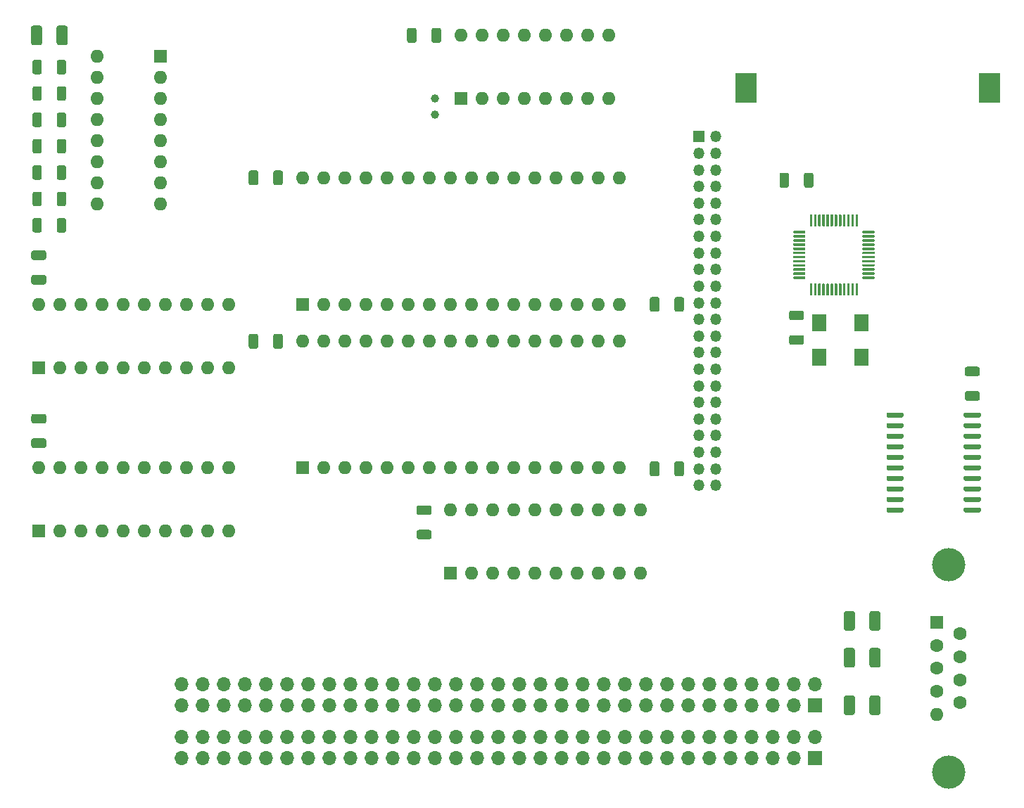
<source format=gbr>
%TF.GenerationSoftware,KiCad,Pcbnew,(5.1.9)-1*%
%TF.CreationDate,2021-09-28T09:37:07+08:00*%
%TF.ProjectId,EX-HX-Combo,45582d48-582d-4436-9f6d-626f2e6b6963,rev?*%
%TF.SameCoordinates,Original*%
%TF.FileFunction,Soldermask,Top*%
%TF.FilePolarity,Negative*%
%FSLAX46Y46*%
G04 Gerber Fmt 4.6, Leading zero omitted, Abs format (unit mm)*
G04 Created by KiCad (PCBNEW (5.1.9)-1) date 2021-09-28 09:37:07*
%MOMM*%
%LPD*%
G01*
G04 APERTURE LIST*
%ADD10R,1.600000X1.600000*%
%ADD11O,1.600000X1.600000*%
%ADD12R,1.800000X2.000000*%
%ADD13C,4.000000*%
%ADD14C,1.600000*%
%ADD15O,1.700000X1.700000*%
%ADD16R,1.700000X1.700000*%
%ADD17R,1.350000X1.350000*%
%ADD18O,1.350000X1.350000*%
%ADD19C,1.000000*%
%ADD20R,2.600000X3.600000*%
G04 APERTURE END LIST*
D10*
%TO.C,SW1*%
X139700000Y-46355000D03*
D11*
X132080000Y-64135000D03*
X139700000Y-48895000D03*
X132080000Y-61595000D03*
X139700000Y-51435000D03*
X132080000Y-59055000D03*
X139700000Y-53975000D03*
X132080000Y-56515000D03*
X139700000Y-56515000D03*
X132080000Y-53975000D03*
X139700000Y-59055000D03*
X132080000Y-51435000D03*
X139700000Y-61595000D03*
X132080000Y-48895000D03*
X139700000Y-64135000D03*
X132080000Y-46355000D03*
%TD*%
%TO.C,U7*%
G36*
G01*
X236375000Y-89660000D02*
X236375000Y-89360000D01*
G75*
G02*
X236525000Y-89210000I150000J0D01*
G01*
X238275000Y-89210000D01*
G75*
G02*
X238425000Y-89360000I0J-150000D01*
G01*
X238425000Y-89660000D01*
G75*
G02*
X238275000Y-89810000I-150000J0D01*
G01*
X236525000Y-89810000D01*
G75*
G02*
X236375000Y-89660000I0J150000D01*
G01*
G37*
G36*
G01*
X236375000Y-90930000D02*
X236375000Y-90630000D01*
G75*
G02*
X236525000Y-90480000I150000J0D01*
G01*
X238275000Y-90480000D01*
G75*
G02*
X238425000Y-90630000I0J-150000D01*
G01*
X238425000Y-90930000D01*
G75*
G02*
X238275000Y-91080000I-150000J0D01*
G01*
X236525000Y-91080000D01*
G75*
G02*
X236375000Y-90930000I0J150000D01*
G01*
G37*
G36*
G01*
X236375000Y-92200000D02*
X236375000Y-91900000D01*
G75*
G02*
X236525000Y-91750000I150000J0D01*
G01*
X238275000Y-91750000D01*
G75*
G02*
X238425000Y-91900000I0J-150000D01*
G01*
X238425000Y-92200000D01*
G75*
G02*
X238275000Y-92350000I-150000J0D01*
G01*
X236525000Y-92350000D01*
G75*
G02*
X236375000Y-92200000I0J150000D01*
G01*
G37*
G36*
G01*
X236375000Y-93470000D02*
X236375000Y-93170000D01*
G75*
G02*
X236525000Y-93020000I150000J0D01*
G01*
X238275000Y-93020000D01*
G75*
G02*
X238425000Y-93170000I0J-150000D01*
G01*
X238425000Y-93470000D01*
G75*
G02*
X238275000Y-93620000I-150000J0D01*
G01*
X236525000Y-93620000D01*
G75*
G02*
X236375000Y-93470000I0J150000D01*
G01*
G37*
G36*
G01*
X236375000Y-94740000D02*
X236375000Y-94440000D01*
G75*
G02*
X236525000Y-94290000I150000J0D01*
G01*
X238275000Y-94290000D01*
G75*
G02*
X238425000Y-94440000I0J-150000D01*
G01*
X238425000Y-94740000D01*
G75*
G02*
X238275000Y-94890000I-150000J0D01*
G01*
X236525000Y-94890000D01*
G75*
G02*
X236375000Y-94740000I0J150000D01*
G01*
G37*
G36*
G01*
X236375000Y-96010000D02*
X236375000Y-95710000D01*
G75*
G02*
X236525000Y-95560000I150000J0D01*
G01*
X238275000Y-95560000D01*
G75*
G02*
X238425000Y-95710000I0J-150000D01*
G01*
X238425000Y-96010000D01*
G75*
G02*
X238275000Y-96160000I-150000J0D01*
G01*
X236525000Y-96160000D01*
G75*
G02*
X236375000Y-96010000I0J150000D01*
G01*
G37*
G36*
G01*
X236375000Y-97280000D02*
X236375000Y-96980000D01*
G75*
G02*
X236525000Y-96830000I150000J0D01*
G01*
X238275000Y-96830000D01*
G75*
G02*
X238425000Y-96980000I0J-150000D01*
G01*
X238425000Y-97280000D01*
G75*
G02*
X238275000Y-97430000I-150000J0D01*
G01*
X236525000Y-97430000D01*
G75*
G02*
X236375000Y-97280000I0J150000D01*
G01*
G37*
G36*
G01*
X236375000Y-98550000D02*
X236375000Y-98250000D01*
G75*
G02*
X236525000Y-98100000I150000J0D01*
G01*
X238275000Y-98100000D01*
G75*
G02*
X238425000Y-98250000I0J-150000D01*
G01*
X238425000Y-98550000D01*
G75*
G02*
X238275000Y-98700000I-150000J0D01*
G01*
X236525000Y-98700000D01*
G75*
G02*
X236375000Y-98550000I0J150000D01*
G01*
G37*
G36*
G01*
X236375000Y-99820000D02*
X236375000Y-99520000D01*
G75*
G02*
X236525000Y-99370000I150000J0D01*
G01*
X238275000Y-99370000D01*
G75*
G02*
X238425000Y-99520000I0J-150000D01*
G01*
X238425000Y-99820000D01*
G75*
G02*
X238275000Y-99970000I-150000J0D01*
G01*
X236525000Y-99970000D01*
G75*
G02*
X236375000Y-99820000I0J150000D01*
G01*
G37*
G36*
G01*
X236375000Y-101090000D02*
X236375000Y-100790000D01*
G75*
G02*
X236525000Y-100640000I150000J0D01*
G01*
X238275000Y-100640000D01*
G75*
G02*
X238425000Y-100790000I0J-150000D01*
G01*
X238425000Y-101090000D01*
G75*
G02*
X238275000Y-101240000I-150000J0D01*
G01*
X236525000Y-101240000D01*
G75*
G02*
X236375000Y-101090000I0J150000D01*
G01*
G37*
G36*
G01*
X227075000Y-101090000D02*
X227075000Y-100790000D01*
G75*
G02*
X227225000Y-100640000I150000J0D01*
G01*
X228975000Y-100640000D01*
G75*
G02*
X229125000Y-100790000I0J-150000D01*
G01*
X229125000Y-101090000D01*
G75*
G02*
X228975000Y-101240000I-150000J0D01*
G01*
X227225000Y-101240000D01*
G75*
G02*
X227075000Y-101090000I0J150000D01*
G01*
G37*
G36*
G01*
X227075000Y-99820000D02*
X227075000Y-99520000D01*
G75*
G02*
X227225000Y-99370000I150000J0D01*
G01*
X228975000Y-99370000D01*
G75*
G02*
X229125000Y-99520000I0J-150000D01*
G01*
X229125000Y-99820000D01*
G75*
G02*
X228975000Y-99970000I-150000J0D01*
G01*
X227225000Y-99970000D01*
G75*
G02*
X227075000Y-99820000I0J150000D01*
G01*
G37*
G36*
G01*
X227075000Y-98550000D02*
X227075000Y-98250000D01*
G75*
G02*
X227225000Y-98100000I150000J0D01*
G01*
X228975000Y-98100000D01*
G75*
G02*
X229125000Y-98250000I0J-150000D01*
G01*
X229125000Y-98550000D01*
G75*
G02*
X228975000Y-98700000I-150000J0D01*
G01*
X227225000Y-98700000D01*
G75*
G02*
X227075000Y-98550000I0J150000D01*
G01*
G37*
G36*
G01*
X227075000Y-97280000D02*
X227075000Y-96980000D01*
G75*
G02*
X227225000Y-96830000I150000J0D01*
G01*
X228975000Y-96830000D01*
G75*
G02*
X229125000Y-96980000I0J-150000D01*
G01*
X229125000Y-97280000D01*
G75*
G02*
X228975000Y-97430000I-150000J0D01*
G01*
X227225000Y-97430000D01*
G75*
G02*
X227075000Y-97280000I0J150000D01*
G01*
G37*
G36*
G01*
X227075000Y-96010000D02*
X227075000Y-95710000D01*
G75*
G02*
X227225000Y-95560000I150000J0D01*
G01*
X228975000Y-95560000D01*
G75*
G02*
X229125000Y-95710000I0J-150000D01*
G01*
X229125000Y-96010000D01*
G75*
G02*
X228975000Y-96160000I-150000J0D01*
G01*
X227225000Y-96160000D01*
G75*
G02*
X227075000Y-96010000I0J150000D01*
G01*
G37*
G36*
G01*
X227075000Y-94740000D02*
X227075000Y-94440000D01*
G75*
G02*
X227225000Y-94290000I150000J0D01*
G01*
X228975000Y-94290000D01*
G75*
G02*
X229125000Y-94440000I0J-150000D01*
G01*
X229125000Y-94740000D01*
G75*
G02*
X228975000Y-94890000I-150000J0D01*
G01*
X227225000Y-94890000D01*
G75*
G02*
X227075000Y-94740000I0J150000D01*
G01*
G37*
G36*
G01*
X227075000Y-93470000D02*
X227075000Y-93170000D01*
G75*
G02*
X227225000Y-93020000I150000J0D01*
G01*
X228975000Y-93020000D01*
G75*
G02*
X229125000Y-93170000I0J-150000D01*
G01*
X229125000Y-93470000D01*
G75*
G02*
X228975000Y-93620000I-150000J0D01*
G01*
X227225000Y-93620000D01*
G75*
G02*
X227075000Y-93470000I0J150000D01*
G01*
G37*
G36*
G01*
X227075000Y-92200000D02*
X227075000Y-91900000D01*
G75*
G02*
X227225000Y-91750000I150000J0D01*
G01*
X228975000Y-91750000D01*
G75*
G02*
X229125000Y-91900000I0J-150000D01*
G01*
X229125000Y-92200000D01*
G75*
G02*
X228975000Y-92350000I-150000J0D01*
G01*
X227225000Y-92350000D01*
G75*
G02*
X227075000Y-92200000I0J150000D01*
G01*
G37*
G36*
G01*
X227075000Y-90930000D02*
X227075000Y-90630000D01*
G75*
G02*
X227225000Y-90480000I150000J0D01*
G01*
X228975000Y-90480000D01*
G75*
G02*
X229125000Y-90630000I0J-150000D01*
G01*
X229125000Y-90930000D01*
G75*
G02*
X228975000Y-91080000I-150000J0D01*
G01*
X227225000Y-91080000D01*
G75*
G02*
X227075000Y-90930000I0J150000D01*
G01*
G37*
G36*
G01*
X227075000Y-89660000D02*
X227075000Y-89360000D01*
G75*
G02*
X227225000Y-89210000I150000J0D01*
G01*
X228975000Y-89210000D01*
G75*
G02*
X229125000Y-89360000I0J-150000D01*
G01*
X229125000Y-89660000D01*
G75*
G02*
X228975000Y-89810000I-150000J0D01*
G01*
X227225000Y-89810000D01*
G75*
G02*
X227075000Y-89660000I0J150000D01*
G01*
G37*
%TD*%
D12*
%TO.C,U3*%
X218960000Y-82600000D03*
X224040000Y-82600000D03*
X224040000Y-78400000D03*
X218960000Y-78400000D03*
%TD*%
%TO.C,U6*%
G36*
G01*
X217850000Y-66750000D02*
X217850000Y-65425000D01*
G75*
G02*
X217925000Y-65350000I75000J0D01*
G01*
X218075000Y-65350000D01*
G75*
G02*
X218150000Y-65425000I0J-75000D01*
G01*
X218150000Y-66750000D01*
G75*
G02*
X218075000Y-66825000I-75000J0D01*
G01*
X217925000Y-66825000D01*
G75*
G02*
X217850000Y-66750000I0J75000D01*
G01*
G37*
G36*
G01*
X218350000Y-66750000D02*
X218350000Y-65425000D01*
G75*
G02*
X218425000Y-65350000I75000J0D01*
G01*
X218575000Y-65350000D01*
G75*
G02*
X218650000Y-65425000I0J-75000D01*
G01*
X218650000Y-66750000D01*
G75*
G02*
X218575000Y-66825000I-75000J0D01*
G01*
X218425000Y-66825000D01*
G75*
G02*
X218350000Y-66750000I0J75000D01*
G01*
G37*
G36*
G01*
X218850000Y-66750000D02*
X218850000Y-65425000D01*
G75*
G02*
X218925000Y-65350000I75000J0D01*
G01*
X219075000Y-65350000D01*
G75*
G02*
X219150000Y-65425000I0J-75000D01*
G01*
X219150000Y-66750000D01*
G75*
G02*
X219075000Y-66825000I-75000J0D01*
G01*
X218925000Y-66825000D01*
G75*
G02*
X218850000Y-66750000I0J75000D01*
G01*
G37*
G36*
G01*
X219350000Y-66750000D02*
X219350000Y-65425000D01*
G75*
G02*
X219425000Y-65350000I75000J0D01*
G01*
X219575000Y-65350000D01*
G75*
G02*
X219650000Y-65425000I0J-75000D01*
G01*
X219650000Y-66750000D01*
G75*
G02*
X219575000Y-66825000I-75000J0D01*
G01*
X219425000Y-66825000D01*
G75*
G02*
X219350000Y-66750000I0J75000D01*
G01*
G37*
G36*
G01*
X219850000Y-66750000D02*
X219850000Y-65425000D01*
G75*
G02*
X219925000Y-65350000I75000J0D01*
G01*
X220075000Y-65350000D01*
G75*
G02*
X220150000Y-65425000I0J-75000D01*
G01*
X220150000Y-66750000D01*
G75*
G02*
X220075000Y-66825000I-75000J0D01*
G01*
X219925000Y-66825000D01*
G75*
G02*
X219850000Y-66750000I0J75000D01*
G01*
G37*
G36*
G01*
X220350000Y-66750000D02*
X220350000Y-65425000D01*
G75*
G02*
X220425000Y-65350000I75000J0D01*
G01*
X220575000Y-65350000D01*
G75*
G02*
X220650000Y-65425000I0J-75000D01*
G01*
X220650000Y-66750000D01*
G75*
G02*
X220575000Y-66825000I-75000J0D01*
G01*
X220425000Y-66825000D01*
G75*
G02*
X220350000Y-66750000I0J75000D01*
G01*
G37*
G36*
G01*
X220850000Y-66750000D02*
X220850000Y-65425000D01*
G75*
G02*
X220925000Y-65350000I75000J0D01*
G01*
X221075000Y-65350000D01*
G75*
G02*
X221150000Y-65425000I0J-75000D01*
G01*
X221150000Y-66750000D01*
G75*
G02*
X221075000Y-66825000I-75000J0D01*
G01*
X220925000Y-66825000D01*
G75*
G02*
X220850000Y-66750000I0J75000D01*
G01*
G37*
G36*
G01*
X221350000Y-66750000D02*
X221350000Y-65425000D01*
G75*
G02*
X221425000Y-65350000I75000J0D01*
G01*
X221575000Y-65350000D01*
G75*
G02*
X221650000Y-65425000I0J-75000D01*
G01*
X221650000Y-66750000D01*
G75*
G02*
X221575000Y-66825000I-75000J0D01*
G01*
X221425000Y-66825000D01*
G75*
G02*
X221350000Y-66750000I0J75000D01*
G01*
G37*
G36*
G01*
X221850000Y-66750000D02*
X221850000Y-65425000D01*
G75*
G02*
X221925000Y-65350000I75000J0D01*
G01*
X222075000Y-65350000D01*
G75*
G02*
X222150000Y-65425000I0J-75000D01*
G01*
X222150000Y-66750000D01*
G75*
G02*
X222075000Y-66825000I-75000J0D01*
G01*
X221925000Y-66825000D01*
G75*
G02*
X221850000Y-66750000I0J75000D01*
G01*
G37*
G36*
G01*
X222350000Y-66750000D02*
X222350000Y-65425000D01*
G75*
G02*
X222425000Y-65350000I75000J0D01*
G01*
X222575000Y-65350000D01*
G75*
G02*
X222650000Y-65425000I0J-75000D01*
G01*
X222650000Y-66750000D01*
G75*
G02*
X222575000Y-66825000I-75000J0D01*
G01*
X222425000Y-66825000D01*
G75*
G02*
X222350000Y-66750000I0J75000D01*
G01*
G37*
G36*
G01*
X222850000Y-66750000D02*
X222850000Y-65425000D01*
G75*
G02*
X222925000Y-65350000I75000J0D01*
G01*
X223075000Y-65350000D01*
G75*
G02*
X223150000Y-65425000I0J-75000D01*
G01*
X223150000Y-66750000D01*
G75*
G02*
X223075000Y-66825000I-75000J0D01*
G01*
X222925000Y-66825000D01*
G75*
G02*
X222850000Y-66750000I0J75000D01*
G01*
G37*
G36*
G01*
X223350000Y-66750000D02*
X223350000Y-65425000D01*
G75*
G02*
X223425000Y-65350000I75000J0D01*
G01*
X223575000Y-65350000D01*
G75*
G02*
X223650000Y-65425000I0J-75000D01*
G01*
X223650000Y-66750000D01*
G75*
G02*
X223575000Y-66825000I-75000J0D01*
G01*
X223425000Y-66825000D01*
G75*
G02*
X223350000Y-66750000I0J75000D01*
G01*
G37*
G36*
G01*
X224175000Y-67575000D02*
X224175000Y-67425000D01*
G75*
G02*
X224250000Y-67350000I75000J0D01*
G01*
X225575000Y-67350000D01*
G75*
G02*
X225650000Y-67425000I0J-75000D01*
G01*
X225650000Y-67575000D01*
G75*
G02*
X225575000Y-67650000I-75000J0D01*
G01*
X224250000Y-67650000D01*
G75*
G02*
X224175000Y-67575000I0J75000D01*
G01*
G37*
G36*
G01*
X224175000Y-68075000D02*
X224175000Y-67925000D01*
G75*
G02*
X224250000Y-67850000I75000J0D01*
G01*
X225575000Y-67850000D01*
G75*
G02*
X225650000Y-67925000I0J-75000D01*
G01*
X225650000Y-68075000D01*
G75*
G02*
X225575000Y-68150000I-75000J0D01*
G01*
X224250000Y-68150000D01*
G75*
G02*
X224175000Y-68075000I0J75000D01*
G01*
G37*
G36*
G01*
X224175000Y-68575000D02*
X224175000Y-68425000D01*
G75*
G02*
X224250000Y-68350000I75000J0D01*
G01*
X225575000Y-68350000D01*
G75*
G02*
X225650000Y-68425000I0J-75000D01*
G01*
X225650000Y-68575000D01*
G75*
G02*
X225575000Y-68650000I-75000J0D01*
G01*
X224250000Y-68650000D01*
G75*
G02*
X224175000Y-68575000I0J75000D01*
G01*
G37*
G36*
G01*
X224175000Y-69075000D02*
X224175000Y-68925000D01*
G75*
G02*
X224250000Y-68850000I75000J0D01*
G01*
X225575000Y-68850000D01*
G75*
G02*
X225650000Y-68925000I0J-75000D01*
G01*
X225650000Y-69075000D01*
G75*
G02*
X225575000Y-69150000I-75000J0D01*
G01*
X224250000Y-69150000D01*
G75*
G02*
X224175000Y-69075000I0J75000D01*
G01*
G37*
G36*
G01*
X224175000Y-69575000D02*
X224175000Y-69425000D01*
G75*
G02*
X224250000Y-69350000I75000J0D01*
G01*
X225575000Y-69350000D01*
G75*
G02*
X225650000Y-69425000I0J-75000D01*
G01*
X225650000Y-69575000D01*
G75*
G02*
X225575000Y-69650000I-75000J0D01*
G01*
X224250000Y-69650000D01*
G75*
G02*
X224175000Y-69575000I0J75000D01*
G01*
G37*
G36*
G01*
X224175000Y-70075000D02*
X224175000Y-69925000D01*
G75*
G02*
X224250000Y-69850000I75000J0D01*
G01*
X225575000Y-69850000D01*
G75*
G02*
X225650000Y-69925000I0J-75000D01*
G01*
X225650000Y-70075000D01*
G75*
G02*
X225575000Y-70150000I-75000J0D01*
G01*
X224250000Y-70150000D01*
G75*
G02*
X224175000Y-70075000I0J75000D01*
G01*
G37*
G36*
G01*
X224175000Y-70575000D02*
X224175000Y-70425000D01*
G75*
G02*
X224250000Y-70350000I75000J0D01*
G01*
X225575000Y-70350000D01*
G75*
G02*
X225650000Y-70425000I0J-75000D01*
G01*
X225650000Y-70575000D01*
G75*
G02*
X225575000Y-70650000I-75000J0D01*
G01*
X224250000Y-70650000D01*
G75*
G02*
X224175000Y-70575000I0J75000D01*
G01*
G37*
G36*
G01*
X224175000Y-71075000D02*
X224175000Y-70925000D01*
G75*
G02*
X224250000Y-70850000I75000J0D01*
G01*
X225575000Y-70850000D01*
G75*
G02*
X225650000Y-70925000I0J-75000D01*
G01*
X225650000Y-71075000D01*
G75*
G02*
X225575000Y-71150000I-75000J0D01*
G01*
X224250000Y-71150000D01*
G75*
G02*
X224175000Y-71075000I0J75000D01*
G01*
G37*
G36*
G01*
X224175000Y-71575000D02*
X224175000Y-71425000D01*
G75*
G02*
X224250000Y-71350000I75000J0D01*
G01*
X225575000Y-71350000D01*
G75*
G02*
X225650000Y-71425000I0J-75000D01*
G01*
X225650000Y-71575000D01*
G75*
G02*
X225575000Y-71650000I-75000J0D01*
G01*
X224250000Y-71650000D01*
G75*
G02*
X224175000Y-71575000I0J75000D01*
G01*
G37*
G36*
G01*
X224175000Y-72075000D02*
X224175000Y-71925000D01*
G75*
G02*
X224250000Y-71850000I75000J0D01*
G01*
X225575000Y-71850000D01*
G75*
G02*
X225650000Y-71925000I0J-75000D01*
G01*
X225650000Y-72075000D01*
G75*
G02*
X225575000Y-72150000I-75000J0D01*
G01*
X224250000Y-72150000D01*
G75*
G02*
X224175000Y-72075000I0J75000D01*
G01*
G37*
G36*
G01*
X224175000Y-72575000D02*
X224175000Y-72425000D01*
G75*
G02*
X224250000Y-72350000I75000J0D01*
G01*
X225575000Y-72350000D01*
G75*
G02*
X225650000Y-72425000I0J-75000D01*
G01*
X225650000Y-72575000D01*
G75*
G02*
X225575000Y-72650000I-75000J0D01*
G01*
X224250000Y-72650000D01*
G75*
G02*
X224175000Y-72575000I0J75000D01*
G01*
G37*
G36*
G01*
X224175000Y-73075000D02*
X224175000Y-72925000D01*
G75*
G02*
X224250000Y-72850000I75000J0D01*
G01*
X225575000Y-72850000D01*
G75*
G02*
X225650000Y-72925000I0J-75000D01*
G01*
X225650000Y-73075000D01*
G75*
G02*
X225575000Y-73150000I-75000J0D01*
G01*
X224250000Y-73150000D01*
G75*
G02*
X224175000Y-73075000I0J75000D01*
G01*
G37*
G36*
G01*
X223350000Y-75075000D02*
X223350000Y-73750000D01*
G75*
G02*
X223425000Y-73675000I75000J0D01*
G01*
X223575000Y-73675000D01*
G75*
G02*
X223650000Y-73750000I0J-75000D01*
G01*
X223650000Y-75075000D01*
G75*
G02*
X223575000Y-75150000I-75000J0D01*
G01*
X223425000Y-75150000D01*
G75*
G02*
X223350000Y-75075000I0J75000D01*
G01*
G37*
G36*
G01*
X222850000Y-75075000D02*
X222850000Y-73750000D01*
G75*
G02*
X222925000Y-73675000I75000J0D01*
G01*
X223075000Y-73675000D01*
G75*
G02*
X223150000Y-73750000I0J-75000D01*
G01*
X223150000Y-75075000D01*
G75*
G02*
X223075000Y-75150000I-75000J0D01*
G01*
X222925000Y-75150000D01*
G75*
G02*
X222850000Y-75075000I0J75000D01*
G01*
G37*
G36*
G01*
X222350000Y-75075000D02*
X222350000Y-73750000D01*
G75*
G02*
X222425000Y-73675000I75000J0D01*
G01*
X222575000Y-73675000D01*
G75*
G02*
X222650000Y-73750000I0J-75000D01*
G01*
X222650000Y-75075000D01*
G75*
G02*
X222575000Y-75150000I-75000J0D01*
G01*
X222425000Y-75150000D01*
G75*
G02*
X222350000Y-75075000I0J75000D01*
G01*
G37*
G36*
G01*
X221850000Y-75075000D02*
X221850000Y-73750000D01*
G75*
G02*
X221925000Y-73675000I75000J0D01*
G01*
X222075000Y-73675000D01*
G75*
G02*
X222150000Y-73750000I0J-75000D01*
G01*
X222150000Y-75075000D01*
G75*
G02*
X222075000Y-75150000I-75000J0D01*
G01*
X221925000Y-75150000D01*
G75*
G02*
X221850000Y-75075000I0J75000D01*
G01*
G37*
G36*
G01*
X221350000Y-75075000D02*
X221350000Y-73750000D01*
G75*
G02*
X221425000Y-73675000I75000J0D01*
G01*
X221575000Y-73675000D01*
G75*
G02*
X221650000Y-73750000I0J-75000D01*
G01*
X221650000Y-75075000D01*
G75*
G02*
X221575000Y-75150000I-75000J0D01*
G01*
X221425000Y-75150000D01*
G75*
G02*
X221350000Y-75075000I0J75000D01*
G01*
G37*
G36*
G01*
X220850000Y-75075000D02*
X220850000Y-73750000D01*
G75*
G02*
X220925000Y-73675000I75000J0D01*
G01*
X221075000Y-73675000D01*
G75*
G02*
X221150000Y-73750000I0J-75000D01*
G01*
X221150000Y-75075000D01*
G75*
G02*
X221075000Y-75150000I-75000J0D01*
G01*
X220925000Y-75150000D01*
G75*
G02*
X220850000Y-75075000I0J75000D01*
G01*
G37*
G36*
G01*
X220350000Y-75075000D02*
X220350000Y-73750000D01*
G75*
G02*
X220425000Y-73675000I75000J0D01*
G01*
X220575000Y-73675000D01*
G75*
G02*
X220650000Y-73750000I0J-75000D01*
G01*
X220650000Y-75075000D01*
G75*
G02*
X220575000Y-75150000I-75000J0D01*
G01*
X220425000Y-75150000D01*
G75*
G02*
X220350000Y-75075000I0J75000D01*
G01*
G37*
G36*
G01*
X219850000Y-75075000D02*
X219850000Y-73750000D01*
G75*
G02*
X219925000Y-73675000I75000J0D01*
G01*
X220075000Y-73675000D01*
G75*
G02*
X220150000Y-73750000I0J-75000D01*
G01*
X220150000Y-75075000D01*
G75*
G02*
X220075000Y-75150000I-75000J0D01*
G01*
X219925000Y-75150000D01*
G75*
G02*
X219850000Y-75075000I0J75000D01*
G01*
G37*
G36*
G01*
X219350000Y-75075000D02*
X219350000Y-73750000D01*
G75*
G02*
X219425000Y-73675000I75000J0D01*
G01*
X219575000Y-73675000D01*
G75*
G02*
X219650000Y-73750000I0J-75000D01*
G01*
X219650000Y-75075000D01*
G75*
G02*
X219575000Y-75150000I-75000J0D01*
G01*
X219425000Y-75150000D01*
G75*
G02*
X219350000Y-75075000I0J75000D01*
G01*
G37*
G36*
G01*
X218850000Y-75075000D02*
X218850000Y-73750000D01*
G75*
G02*
X218925000Y-73675000I75000J0D01*
G01*
X219075000Y-73675000D01*
G75*
G02*
X219150000Y-73750000I0J-75000D01*
G01*
X219150000Y-75075000D01*
G75*
G02*
X219075000Y-75150000I-75000J0D01*
G01*
X218925000Y-75150000D01*
G75*
G02*
X218850000Y-75075000I0J75000D01*
G01*
G37*
G36*
G01*
X218350000Y-75075000D02*
X218350000Y-73750000D01*
G75*
G02*
X218425000Y-73675000I75000J0D01*
G01*
X218575000Y-73675000D01*
G75*
G02*
X218650000Y-73750000I0J-75000D01*
G01*
X218650000Y-75075000D01*
G75*
G02*
X218575000Y-75150000I-75000J0D01*
G01*
X218425000Y-75150000D01*
G75*
G02*
X218350000Y-75075000I0J75000D01*
G01*
G37*
G36*
G01*
X217850000Y-75075000D02*
X217850000Y-73750000D01*
G75*
G02*
X217925000Y-73675000I75000J0D01*
G01*
X218075000Y-73675000D01*
G75*
G02*
X218150000Y-73750000I0J-75000D01*
G01*
X218150000Y-75075000D01*
G75*
G02*
X218075000Y-75150000I-75000J0D01*
G01*
X217925000Y-75150000D01*
G75*
G02*
X217850000Y-75075000I0J75000D01*
G01*
G37*
G36*
G01*
X215850000Y-73075000D02*
X215850000Y-72925000D01*
G75*
G02*
X215925000Y-72850000I75000J0D01*
G01*
X217250000Y-72850000D01*
G75*
G02*
X217325000Y-72925000I0J-75000D01*
G01*
X217325000Y-73075000D01*
G75*
G02*
X217250000Y-73150000I-75000J0D01*
G01*
X215925000Y-73150000D01*
G75*
G02*
X215850000Y-73075000I0J75000D01*
G01*
G37*
G36*
G01*
X215850000Y-72575000D02*
X215850000Y-72425000D01*
G75*
G02*
X215925000Y-72350000I75000J0D01*
G01*
X217250000Y-72350000D01*
G75*
G02*
X217325000Y-72425000I0J-75000D01*
G01*
X217325000Y-72575000D01*
G75*
G02*
X217250000Y-72650000I-75000J0D01*
G01*
X215925000Y-72650000D01*
G75*
G02*
X215850000Y-72575000I0J75000D01*
G01*
G37*
G36*
G01*
X215850000Y-72075000D02*
X215850000Y-71925000D01*
G75*
G02*
X215925000Y-71850000I75000J0D01*
G01*
X217250000Y-71850000D01*
G75*
G02*
X217325000Y-71925000I0J-75000D01*
G01*
X217325000Y-72075000D01*
G75*
G02*
X217250000Y-72150000I-75000J0D01*
G01*
X215925000Y-72150000D01*
G75*
G02*
X215850000Y-72075000I0J75000D01*
G01*
G37*
G36*
G01*
X215850000Y-71575000D02*
X215850000Y-71425000D01*
G75*
G02*
X215925000Y-71350000I75000J0D01*
G01*
X217250000Y-71350000D01*
G75*
G02*
X217325000Y-71425000I0J-75000D01*
G01*
X217325000Y-71575000D01*
G75*
G02*
X217250000Y-71650000I-75000J0D01*
G01*
X215925000Y-71650000D01*
G75*
G02*
X215850000Y-71575000I0J75000D01*
G01*
G37*
G36*
G01*
X215850000Y-71075000D02*
X215850000Y-70925000D01*
G75*
G02*
X215925000Y-70850000I75000J0D01*
G01*
X217250000Y-70850000D01*
G75*
G02*
X217325000Y-70925000I0J-75000D01*
G01*
X217325000Y-71075000D01*
G75*
G02*
X217250000Y-71150000I-75000J0D01*
G01*
X215925000Y-71150000D01*
G75*
G02*
X215850000Y-71075000I0J75000D01*
G01*
G37*
G36*
G01*
X215850000Y-70575000D02*
X215850000Y-70425000D01*
G75*
G02*
X215925000Y-70350000I75000J0D01*
G01*
X217250000Y-70350000D01*
G75*
G02*
X217325000Y-70425000I0J-75000D01*
G01*
X217325000Y-70575000D01*
G75*
G02*
X217250000Y-70650000I-75000J0D01*
G01*
X215925000Y-70650000D01*
G75*
G02*
X215850000Y-70575000I0J75000D01*
G01*
G37*
G36*
G01*
X215850000Y-70075000D02*
X215850000Y-69925000D01*
G75*
G02*
X215925000Y-69850000I75000J0D01*
G01*
X217250000Y-69850000D01*
G75*
G02*
X217325000Y-69925000I0J-75000D01*
G01*
X217325000Y-70075000D01*
G75*
G02*
X217250000Y-70150000I-75000J0D01*
G01*
X215925000Y-70150000D01*
G75*
G02*
X215850000Y-70075000I0J75000D01*
G01*
G37*
G36*
G01*
X215850000Y-69575000D02*
X215850000Y-69425000D01*
G75*
G02*
X215925000Y-69350000I75000J0D01*
G01*
X217250000Y-69350000D01*
G75*
G02*
X217325000Y-69425000I0J-75000D01*
G01*
X217325000Y-69575000D01*
G75*
G02*
X217250000Y-69650000I-75000J0D01*
G01*
X215925000Y-69650000D01*
G75*
G02*
X215850000Y-69575000I0J75000D01*
G01*
G37*
G36*
G01*
X215850000Y-69075000D02*
X215850000Y-68925000D01*
G75*
G02*
X215925000Y-68850000I75000J0D01*
G01*
X217250000Y-68850000D01*
G75*
G02*
X217325000Y-68925000I0J-75000D01*
G01*
X217325000Y-69075000D01*
G75*
G02*
X217250000Y-69150000I-75000J0D01*
G01*
X215925000Y-69150000D01*
G75*
G02*
X215850000Y-69075000I0J75000D01*
G01*
G37*
G36*
G01*
X215850000Y-68575000D02*
X215850000Y-68425000D01*
G75*
G02*
X215925000Y-68350000I75000J0D01*
G01*
X217250000Y-68350000D01*
G75*
G02*
X217325000Y-68425000I0J-75000D01*
G01*
X217325000Y-68575000D01*
G75*
G02*
X217250000Y-68650000I-75000J0D01*
G01*
X215925000Y-68650000D01*
G75*
G02*
X215850000Y-68575000I0J75000D01*
G01*
G37*
G36*
G01*
X215850000Y-68075000D02*
X215850000Y-67925000D01*
G75*
G02*
X215925000Y-67850000I75000J0D01*
G01*
X217250000Y-67850000D01*
G75*
G02*
X217325000Y-67925000I0J-75000D01*
G01*
X217325000Y-68075000D01*
G75*
G02*
X217250000Y-68150000I-75000J0D01*
G01*
X215925000Y-68150000D01*
G75*
G02*
X215850000Y-68075000I0J75000D01*
G01*
G37*
G36*
G01*
X215850000Y-67575000D02*
X215850000Y-67425000D01*
G75*
G02*
X215925000Y-67350000I75000J0D01*
G01*
X217250000Y-67350000D01*
G75*
G02*
X217325000Y-67425000I0J-75000D01*
G01*
X217325000Y-67575000D01*
G75*
G02*
X217250000Y-67650000I-75000J0D01*
G01*
X215925000Y-67650000D01*
G75*
G02*
X215850000Y-67575000I0J75000D01*
G01*
G37*
%TD*%
D11*
%TO.C,U5*%
X156845000Y-80645000D03*
X194945000Y-95885000D03*
X159385000Y-80645000D03*
X192405000Y-95885000D03*
X161925000Y-80645000D03*
X189865000Y-95885000D03*
X164465000Y-80645000D03*
X187325000Y-95885000D03*
X167005000Y-80645000D03*
X184785000Y-95885000D03*
X169545000Y-80645000D03*
X182245000Y-95885000D03*
X172085000Y-80645000D03*
X179705000Y-95885000D03*
X174625000Y-80645000D03*
X177165000Y-95885000D03*
X177165000Y-80645000D03*
X174625000Y-95885000D03*
X179705000Y-80645000D03*
X172085000Y-95885000D03*
X182245000Y-80645000D03*
X169545000Y-95885000D03*
X184785000Y-80645000D03*
X167005000Y-95885000D03*
X187325000Y-80645000D03*
X164465000Y-95885000D03*
X189865000Y-80645000D03*
X161925000Y-95885000D03*
X192405000Y-80645000D03*
X159385000Y-95885000D03*
X194945000Y-80645000D03*
D10*
X156845000Y-95885000D03*
%TD*%
D13*
%TO.C,CN1*%
X234520000Y-132515260D03*
X234520000Y-107515260D03*
D14*
X235940000Y-124170260D03*
X235940000Y-121400260D03*
X235940000Y-118630260D03*
X235940000Y-115860260D03*
D11*
X233100000Y-125555260D03*
D14*
X233100000Y-122785260D03*
X233100000Y-120015260D03*
X233100000Y-117245260D03*
D10*
X233100000Y-114475260D03*
%TD*%
%TO.C,C13*%
G36*
G01*
X127240000Y-44740003D02*
X127240000Y-42889997D01*
G75*
G02*
X127489997Y-42640000I249997J0D01*
G01*
X128315003Y-42640000D01*
G75*
G02*
X128565000Y-42889997I0J-249997D01*
G01*
X128565000Y-44740003D01*
G75*
G02*
X128315003Y-44990000I-249997J0D01*
G01*
X127489997Y-44990000D01*
G75*
G02*
X127240000Y-44740003I0J249997D01*
G01*
G37*
G36*
G01*
X124165000Y-44740003D02*
X124165000Y-42889997D01*
G75*
G02*
X124414997Y-42640000I249997J0D01*
G01*
X125240003Y-42640000D01*
G75*
G02*
X125490000Y-42889997I0J-249997D01*
G01*
X125490000Y-44740003D01*
G75*
G02*
X125240003Y-44990000I-249997J0D01*
G01*
X124414997Y-44990000D01*
G75*
G02*
X124165000Y-44740003I0J249997D01*
G01*
G37*
%TD*%
%TO.C,C14*%
G36*
G01*
X225030000Y-115225003D02*
X225030000Y-113374997D01*
G75*
G02*
X225279997Y-113125000I249997J0D01*
G01*
X226105003Y-113125000D01*
G75*
G02*
X226355000Y-113374997I0J-249997D01*
G01*
X226355000Y-115225003D01*
G75*
G02*
X226105003Y-115475000I-249997J0D01*
G01*
X225279997Y-115475000D01*
G75*
G02*
X225030000Y-115225003I0J249997D01*
G01*
G37*
G36*
G01*
X221955000Y-115225003D02*
X221955000Y-113374997D01*
G75*
G02*
X222204997Y-113125000I249997J0D01*
G01*
X223030003Y-113125000D01*
G75*
G02*
X223280000Y-113374997I0J-249997D01*
G01*
X223280000Y-115225003D01*
G75*
G02*
X223030003Y-115475000I-249997J0D01*
G01*
X222204997Y-115475000D01*
G75*
G02*
X221955000Y-115225003I0J249997D01*
G01*
G37*
%TD*%
%TO.C,C12*%
G36*
G01*
X225030000Y-125385003D02*
X225030000Y-123534997D01*
G75*
G02*
X225279997Y-123285000I249997J0D01*
G01*
X226105003Y-123285000D01*
G75*
G02*
X226355000Y-123534997I0J-249997D01*
G01*
X226355000Y-125385003D01*
G75*
G02*
X226105003Y-125635000I-249997J0D01*
G01*
X225279997Y-125635000D01*
G75*
G02*
X225030000Y-125385003I0J249997D01*
G01*
G37*
G36*
G01*
X221955000Y-125385003D02*
X221955000Y-123534997D01*
G75*
G02*
X222204997Y-123285000I249997J0D01*
G01*
X223030003Y-123285000D01*
G75*
G02*
X223280000Y-123534997I0J-249997D01*
G01*
X223280000Y-125385003D01*
G75*
G02*
X223030003Y-125635000I-249997J0D01*
G01*
X222204997Y-125635000D01*
G75*
G02*
X221955000Y-125385003I0J249997D01*
G01*
G37*
%TD*%
%TO.C,C15*%
G36*
G01*
X225030000Y-119670003D02*
X225030000Y-117819997D01*
G75*
G02*
X225279997Y-117570000I249997J0D01*
G01*
X226105003Y-117570000D01*
G75*
G02*
X226355000Y-117819997I0J-249997D01*
G01*
X226355000Y-119670003D01*
G75*
G02*
X226105003Y-119920000I-249997J0D01*
G01*
X225279997Y-119920000D01*
G75*
G02*
X225030000Y-119670003I0J249997D01*
G01*
G37*
G36*
G01*
X221955000Y-119670003D02*
X221955000Y-117819997D01*
G75*
G02*
X222204997Y-117570000I249997J0D01*
G01*
X223030003Y-117570000D01*
G75*
G02*
X223280000Y-117819997I0J-249997D01*
G01*
X223280000Y-119670003D01*
G75*
G02*
X223030003Y-119920000I-249997J0D01*
G01*
X222204997Y-119920000D01*
G75*
G02*
X221955000Y-119670003I0J249997D01*
G01*
G37*
%TD*%
D15*
%TO.C,J2*%
X142240000Y-128270000D03*
X142240000Y-130810000D03*
X144780000Y-128270000D03*
X144780000Y-130810000D03*
X147320000Y-128270000D03*
X147320000Y-130810000D03*
X149860000Y-128270000D03*
X149860000Y-130810000D03*
X152400000Y-128270000D03*
X152400000Y-130810000D03*
X154940000Y-128270000D03*
X154940000Y-130810000D03*
X157480000Y-128270000D03*
X157480000Y-130810000D03*
X160020000Y-128270000D03*
X160020000Y-130810000D03*
X162560000Y-128270000D03*
X162560000Y-130810000D03*
X165100000Y-128270000D03*
X165100000Y-130810000D03*
X167640000Y-128270000D03*
X167640000Y-130810000D03*
X170180000Y-128270000D03*
X170180000Y-130810000D03*
X172720000Y-128270000D03*
X172720000Y-130810000D03*
X175260000Y-128270000D03*
X175260000Y-130810000D03*
X177800000Y-128270000D03*
X177800000Y-130810000D03*
X180340000Y-128270000D03*
X180340000Y-130810000D03*
X182880000Y-128270000D03*
X182880000Y-130810000D03*
X185420000Y-128270000D03*
X185420000Y-130810000D03*
X187960000Y-128270000D03*
X187960000Y-130810000D03*
X190500000Y-128270000D03*
X190500000Y-130810000D03*
X193040000Y-128270000D03*
X193040000Y-130810000D03*
X195580000Y-128270000D03*
X195580000Y-130810000D03*
X198120000Y-128270000D03*
X198120000Y-130810000D03*
X200660000Y-128270000D03*
X200660000Y-130810000D03*
X203200000Y-128270000D03*
X203200000Y-130810000D03*
X205740000Y-128270000D03*
X205740000Y-130810000D03*
X208280000Y-128270000D03*
X208280000Y-130810000D03*
X210820000Y-128270000D03*
X210820000Y-130810000D03*
X213360000Y-128270000D03*
X213360000Y-130810000D03*
X215900000Y-128270000D03*
X215900000Y-130810000D03*
X218440000Y-128270000D03*
D16*
X218440000Y-130810000D03*
%TD*%
D11*
%TO.C,U4*%
X175895000Y-43815000D03*
X193675000Y-51435000D03*
X178435000Y-43815000D03*
X191135000Y-51435000D03*
X180975000Y-43815000D03*
X188595000Y-51435000D03*
X183515000Y-43815000D03*
X186055000Y-51435000D03*
X186055000Y-43815000D03*
X183515000Y-51435000D03*
X188595000Y-43815000D03*
X180975000Y-51435000D03*
X191135000Y-43815000D03*
X178435000Y-51435000D03*
X193675000Y-43815000D03*
D10*
X175895000Y-51435000D03*
%TD*%
D11*
%TO.C,U2*%
X174625000Y-100965000D03*
X197485000Y-108585000D03*
X177165000Y-100965000D03*
X194945000Y-108585000D03*
X179705000Y-100965000D03*
X192405000Y-108585000D03*
X182245000Y-100965000D03*
X189865000Y-108585000D03*
X184785000Y-100965000D03*
X187325000Y-108585000D03*
X187325000Y-100965000D03*
X184785000Y-108585000D03*
X189865000Y-100965000D03*
X182245000Y-108585000D03*
X192405000Y-100965000D03*
X179705000Y-108585000D03*
X194945000Y-100965000D03*
X177165000Y-108585000D03*
X197485000Y-100965000D03*
D10*
X174625000Y-108585000D03*
%TD*%
D11*
%TO.C,U1*%
X156845000Y-60960000D03*
X194945000Y-76200000D03*
X159385000Y-60960000D03*
X192405000Y-76200000D03*
X161925000Y-60960000D03*
X189865000Y-76200000D03*
X164465000Y-60960000D03*
X187325000Y-76200000D03*
X167005000Y-60960000D03*
X184785000Y-76200000D03*
X169545000Y-60960000D03*
X182245000Y-76200000D03*
X172085000Y-60960000D03*
X179705000Y-76200000D03*
X174625000Y-60960000D03*
X177165000Y-76200000D03*
X177165000Y-60960000D03*
X174625000Y-76200000D03*
X179705000Y-60960000D03*
X172085000Y-76200000D03*
X182245000Y-60960000D03*
X169545000Y-76200000D03*
X184785000Y-60960000D03*
X167005000Y-76200000D03*
X187325000Y-60960000D03*
X164465000Y-76200000D03*
X189865000Y-60960000D03*
X161925000Y-76200000D03*
X192405000Y-60960000D03*
X159385000Y-76200000D03*
X194945000Y-60960000D03*
D10*
X156845000Y-76200000D03*
%TD*%
%TO.C,C11*%
G36*
G01*
X199760000Y-75549999D02*
X199760000Y-76850001D01*
G75*
G02*
X199510001Y-77100000I-249999J0D01*
G01*
X198859999Y-77100000D01*
G75*
G02*
X198610000Y-76850001I0J249999D01*
G01*
X198610000Y-75549999D01*
G75*
G02*
X198859999Y-75300000I249999J0D01*
G01*
X199510001Y-75300000D01*
G75*
G02*
X199760000Y-75549999I0J-249999D01*
G01*
G37*
G36*
G01*
X202710000Y-75549999D02*
X202710000Y-76850001D01*
G75*
G02*
X202460001Y-77100000I-249999J0D01*
G01*
X201809999Y-77100000D01*
G75*
G02*
X201560000Y-76850001I0J249999D01*
G01*
X201560000Y-75549999D01*
G75*
G02*
X201809999Y-75300000I249999J0D01*
G01*
X202460001Y-75300000D01*
G75*
G02*
X202710000Y-75549999I0J-249999D01*
G01*
G37*
%TD*%
%TO.C,U9*%
X125095000Y-103505000D03*
D11*
X147955000Y-95885000D03*
X127635000Y-103505000D03*
X145415000Y-95885000D03*
X130175000Y-103505000D03*
X142875000Y-95885000D03*
X132715000Y-103505000D03*
X140335000Y-95885000D03*
X135255000Y-103505000D03*
X137795000Y-95885000D03*
X137795000Y-103505000D03*
X135255000Y-95885000D03*
X140335000Y-103505000D03*
X132715000Y-95885000D03*
X142875000Y-103505000D03*
X130175000Y-95885000D03*
X145415000Y-103505000D03*
X127635000Y-95885000D03*
X147955000Y-103505000D03*
X125095000Y-95885000D03*
%TD*%
%TO.C,U8*%
X125095000Y-76200000D03*
X147955000Y-83820000D03*
X127635000Y-76200000D03*
X145415000Y-83820000D03*
X130175000Y-76200000D03*
X142875000Y-83820000D03*
X132715000Y-76200000D03*
X140335000Y-83820000D03*
X135255000Y-76200000D03*
X137795000Y-83820000D03*
X137795000Y-76200000D03*
X135255000Y-83820000D03*
X140335000Y-76200000D03*
X132715000Y-83820000D03*
X142875000Y-76200000D03*
X130175000Y-83820000D03*
X145415000Y-76200000D03*
X127635000Y-83820000D03*
X147955000Y-76200000D03*
D10*
X125095000Y-83820000D03*
%TD*%
%TO.C,C10*%
G36*
G01*
X199760000Y-95349999D02*
X199760000Y-96650001D01*
G75*
G02*
X199510001Y-96900000I-249999J0D01*
G01*
X198859999Y-96900000D01*
G75*
G02*
X198610000Y-96650001I0J249999D01*
G01*
X198610000Y-95349999D01*
G75*
G02*
X198859999Y-95100000I249999J0D01*
G01*
X199510001Y-95100000D01*
G75*
G02*
X199760000Y-95349999I0J-249999D01*
G01*
G37*
G36*
G01*
X202710000Y-95349999D02*
X202710000Y-96650001D01*
G75*
G02*
X202460001Y-96900000I-249999J0D01*
G01*
X201809999Y-96900000D01*
G75*
G02*
X201560000Y-96650001I0J249999D01*
G01*
X201560000Y-95349999D01*
G75*
G02*
X201809999Y-95100000I249999J0D01*
G01*
X202460001Y-95100000D01*
G75*
G02*
X202710000Y-95349999I0J-249999D01*
G01*
G37*
%TD*%
D17*
%TO.C,J1*%
X204540000Y-56000000D03*
D18*
X206540000Y-56000000D03*
X204540000Y-58000000D03*
X206540000Y-58000000D03*
X204540000Y-60000000D03*
X206540000Y-60000000D03*
X204540000Y-62000000D03*
X206540000Y-62000000D03*
X204540000Y-64000000D03*
X206540000Y-64000000D03*
X204540000Y-66000000D03*
X206540000Y-66000000D03*
X204540000Y-68000000D03*
X206540000Y-68000000D03*
X204540000Y-70000000D03*
X206540000Y-70000000D03*
X204540000Y-72000000D03*
X206540000Y-72000000D03*
X204540000Y-74000000D03*
X206540000Y-74000000D03*
X204540000Y-76000000D03*
X206540000Y-76000000D03*
X204540000Y-78000000D03*
X206540000Y-78000000D03*
X204540000Y-80000000D03*
X206540000Y-80000000D03*
X204540000Y-82000000D03*
X206540000Y-82000000D03*
X204540000Y-84000000D03*
X206540000Y-84000000D03*
X204540000Y-86000000D03*
X206540000Y-86000000D03*
X204540000Y-88000000D03*
X206540000Y-88000000D03*
X204540000Y-90000000D03*
X206540000Y-90000000D03*
X204540000Y-92000000D03*
X206540000Y-92000000D03*
X204540000Y-94000000D03*
X206540000Y-94000000D03*
X204540000Y-96000000D03*
X206540000Y-96000000D03*
X204540000Y-98000000D03*
X206540000Y-98000000D03*
%TD*%
D19*
%TO.C,Y1*%
X172720000Y-53335000D03*
X172720000Y-51435000D03*
%TD*%
%TO.C,R7*%
G36*
G01*
X127265000Y-48250003D02*
X127265000Y-46999997D01*
G75*
G02*
X127514997Y-46750000I249997J0D01*
G01*
X128140003Y-46750000D01*
G75*
G02*
X128390000Y-46999997I0J-249997D01*
G01*
X128390000Y-48250003D01*
G75*
G02*
X128140003Y-48500000I-249997J0D01*
G01*
X127514997Y-48500000D01*
G75*
G02*
X127265000Y-48250003I0J249997D01*
G01*
G37*
G36*
G01*
X124340000Y-48250003D02*
X124340000Y-46999997D01*
G75*
G02*
X124589997Y-46750000I249997J0D01*
G01*
X125215003Y-46750000D01*
G75*
G02*
X125465000Y-46999997I0J-249997D01*
G01*
X125465000Y-48250003D01*
G75*
G02*
X125215003Y-48500000I-249997J0D01*
G01*
X124589997Y-48500000D01*
G75*
G02*
X124340000Y-48250003I0J249997D01*
G01*
G37*
%TD*%
%TO.C,R6*%
G36*
G01*
X127265000Y-51425003D02*
X127265000Y-50174997D01*
G75*
G02*
X127514997Y-49925000I249997J0D01*
G01*
X128140003Y-49925000D01*
G75*
G02*
X128390000Y-50174997I0J-249997D01*
G01*
X128390000Y-51425003D01*
G75*
G02*
X128140003Y-51675000I-249997J0D01*
G01*
X127514997Y-51675000D01*
G75*
G02*
X127265000Y-51425003I0J249997D01*
G01*
G37*
G36*
G01*
X124340000Y-51425003D02*
X124340000Y-50174997D01*
G75*
G02*
X124589997Y-49925000I249997J0D01*
G01*
X125215003Y-49925000D01*
G75*
G02*
X125465000Y-50174997I0J-249997D01*
G01*
X125465000Y-51425003D01*
G75*
G02*
X125215003Y-51675000I-249997J0D01*
G01*
X124589997Y-51675000D01*
G75*
G02*
X124340000Y-51425003I0J249997D01*
G01*
G37*
%TD*%
%TO.C,R5*%
G36*
G01*
X127265000Y-54600003D02*
X127265000Y-53349997D01*
G75*
G02*
X127514997Y-53100000I249997J0D01*
G01*
X128140003Y-53100000D01*
G75*
G02*
X128390000Y-53349997I0J-249997D01*
G01*
X128390000Y-54600003D01*
G75*
G02*
X128140003Y-54850000I-249997J0D01*
G01*
X127514997Y-54850000D01*
G75*
G02*
X127265000Y-54600003I0J249997D01*
G01*
G37*
G36*
G01*
X124340000Y-54600003D02*
X124340000Y-53349997D01*
G75*
G02*
X124589997Y-53100000I249997J0D01*
G01*
X125215003Y-53100000D01*
G75*
G02*
X125465000Y-53349997I0J-249997D01*
G01*
X125465000Y-54600003D01*
G75*
G02*
X125215003Y-54850000I-249997J0D01*
G01*
X124589997Y-54850000D01*
G75*
G02*
X124340000Y-54600003I0J249997D01*
G01*
G37*
%TD*%
%TO.C,R4*%
G36*
G01*
X127265000Y-57775003D02*
X127265000Y-56524997D01*
G75*
G02*
X127514997Y-56275000I249997J0D01*
G01*
X128140003Y-56275000D01*
G75*
G02*
X128390000Y-56524997I0J-249997D01*
G01*
X128390000Y-57775003D01*
G75*
G02*
X128140003Y-58025000I-249997J0D01*
G01*
X127514997Y-58025000D01*
G75*
G02*
X127265000Y-57775003I0J249997D01*
G01*
G37*
G36*
G01*
X124340000Y-57775003D02*
X124340000Y-56524997D01*
G75*
G02*
X124589997Y-56275000I249997J0D01*
G01*
X125215003Y-56275000D01*
G75*
G02*
X125465000Y-56524997I0J-249997D01*
G01*
X125465000Y-57775003D01*
G75*
G02*
X125215003Y-58025000I-249997J0D01*
G01*
X124589997Y-58025000D01*
G75*
G02*
X124340000Y-57775003I0J249997D01*
G01*
G37*
%TD*%
%TO.C,R3*%
G36*
G01*
X127265000Y-60950003D02*
X127265000Y-59699997D01*
G75*
G02*
X127514997Y-59450000I249997J0D01*
G01*
X128140003Y-59450000D01*
G75*
G02*
X128390000Y-59699997I0J-249997D01*
G01*
X128390000Y-60950003D01*
G75*
G02*
X128140003Y-61200000I-249997J0D01*
G01*
X127514997Y-61200000D01*
G75*
G02*
X127265000Y-60950003I0J249997D01*
G01*
G37*
G36*
G01*
X124340000Y-60950003D02*
X124340000Y-59699997D01*
G75*
G02*
X124589997Y-59450000I249997J0D01*
G01*
X125215003Y-59450000D01*
G75*
G02*
X125465000Y-59699997I0J-249997D01*
G01*
X125465000Y-60950003D01*
G75*
G02*
X125215003Y-61200000I-249997J0D01*
G01*
X124589997Y-61200000D01*
G75*
G02*
X124340000Y-60950003I0J249997D01*
G01*
G37*
%TD*%
%TO.C,R2*%
G36*
G01*
X127265000Y-64125003D02*
X127265000Y-62874997D01*
G75*
G02*
X127514997Y-62625000I249997J0D01*
G01*
X128140003Y-62625000D01*
G75*
G02*
X128390000Y-62874997I0J-249997D01*
G01*
X128390000Y-64125003D01*
G75*
G02*
X128140003Y-64375000I-249997J0D01*
G01*
X127514997Y-64375000D01*
G75*
G02*
X127265000Y-64125003I0J249997D01*
G01*
G37*
G36*
G01*
X124340000Y-64125003D02*
X124340000Y-62874997D01*
G75*
G02*
X124589997Y-62625000I249997J0D01*
G01*
X125215003Y-62625000D01*
G75*
G02*
X125465000Y-62874997I0J-249997D01*
G01*
X125465000Y-64125003D01*
G75*
G02*
X125215003Y-64375000I-249997J0D01*
G01*
X124589997Y-64375000D01*
G75*
G02*
X124340000Y-64125003I0J249997D01*
G01*
G37*
%TD*%
%TO.C,R1*%
G36*
G01*
X127265000Y-67300003D02*
X127265000Y-66049997D01*
G75*
G02*
X127514997Y-65800000I249997J0D01*
G01*
X128140003Y-65800000D01*
G75*
G02*
X128390000Y-66049997I0J-249997D01*
G01*
X128390000Y-67300003D01*
G75*
G02*
X128140003Y-67550000I-249997J0D01*
G01*
X127514997Y-67550000D01*
G75*
G02*
X127265000Y-67300003I0J249997D01*
G01*
G37*
G36*
G01*
X124340000Y-67300003D02*
X124340000Y-66049997D01*
G75*
G02*
X124589997Y-65800000I249997J0D01*
G01*
X125215003Y-65800000D01*
G75*
G02*
X125465000Y-66049997I0J-249997D01*
G01*
X125465000Y-67300003D01*
G75*
G02*
X125215003Y-67550000I-249997J0D01*
G01*
X124589997Y-67550000D01*
G75*
G02*
X124340000Y-67300003I0J249997D01*
G01*
G37*
%TD*%
%TO.C,C9*%
G36*
G01*
X125745001Y-90540000D02*
X124444999Y-90540000D01*
G75*
G02*
X124195000Y-90290001I0J249999D01*
G01*
X124195000Y-89639999D01*
G75*
G02*
X124444999Y-89390000I249999J0D01*
G01*
X125745001Y-89390000D01*
G75*
G02*
X125995000Y-89639999I0J-249999D01*
G01*
X125995000Y-90290001D01*
G75*
G02*
X125745001Y-90540000I-249999J0D01*
G01*
G37*
G36*
G01*
X125745001Y-93490000D02*
X124444999Y-93490000D01*
G75*
G02*
X124195000Y-93240001I0J249999D01*
G01*
X124195000Y-92589999D01*
G75*
G02*
X124444999Y-92340000I249999J0D01*
G01*
X125745001Y-92340000D01*
G75*
G02*
X125995000Y-92589999I0J-249999D01*
G01*
X125995000Y-93240001D01*
G75*
G02*
X125745001Y-93490000I-249999J0D01*
G01*
G37*
%TD*%
%TO.C,C8*%
G36*
G01*
X125745001Y-70855000D02*
X124444999Y-70855000D01*
G75*
G02*
X124195000Y-70605001I0J249999D01*
G01*
X124195000Y-69954999D01*
G75*
G02*
X124444999Y-69705000I249999J0D01*
G01*
X125745001Y-69705000D01*
G75*
G02*
X125995000Y-69954999I0J-249999D01*
G01*
X125995000Y-70605001D01*
G75*
G02*
X125745001Y-70855000I-249999J0D01*
G01*
G37*
G36*
G01*
X125745001Y-73805000D02*
X124444999Y-73805000D01*
G75*
G02*
X124195000Y-73555001I0J249999D01*
G01*
X124195000Y-72904999D01*
G75*
G02*
X124444999Y-72655000I249999J0D01*
G01*
X125745001Y-72655000D01*
G75*
G02*
X125995000Y-72904999I0J-249999D01*
G01*
X125995000Y-73555001D01*
G75*
G02*
X125745001Y-73805000I-249999J0D01*
G01*
G37*
%TD*%
%TO.C,C7*%
G36*
G01*
X238050001Y-84850000D02*
X236749999Y-84850000D01*
G75*
G02*
X236500000Y-84600001I0J249999D01*
G01*
X236500000Y-83949999D01*
G75*
G02*
X236749999Y-83700000I249999J0D01*
G01*
X238050001Y-83700000D01*
G75*
G02*
X238300000Y-83949999I0J-249999D01*
G01*
X238300000Y-84600001D01*
G75*
G02*
X238050001Y-84850000I-249999J0D01*
G01*
G37*
G36*
G01*
X238050001Y-87800000D02*
X236749999Y-87800000D01*
G75*
G02*
X236500000Y-87550001I0J249999D01*
G01*
X236500000Y-86899999D01*
G75*
G02*
X236749999Y-86650000I249999J0D01*
G01*
X238050001Y-86650000D01*
G75*
G02*
X238300000Y-86899999I0J-249999D01*
G01*
X238300000Y-87550001D01*
G75*
G02*
X238050001Y-87800000I-249999J0D01*
G01*
G37*
%TD*%
%TO.C,C6*%
G36*
G01*
X215350000Y-60599999D02*
X215350000Y-61900001D01*
G75*
G02*
X215100001Y-62150000I-249999J0D01*
G01*
X214449999Y-62150000D01*
G75*
G02*
X214200000Y-61900001I0J249999D01*
G01*
X214200000Y-60599999D01*
G75*
G02*
X214449999Y-60350000I249999J0D01*
G01*
X215100001Y-60350000D01*
G75*
G02*
X215350000Y-60599999I0J-249999D01*
G01*
G37*
G36*
G01*
X218300000Y-60599999D02*
X218300000Y-61900001D01*
G75*
G02*
X218050001Y-62150000I-249999J0D01*
G01*
X217399999Y-62150000D01*
G75*
G02*
X217150000Y-61900001I0J249999D01*
G01*
X217150000Y-60599999D01*
G75*
G02*
X217399999Y-60350000I249999J0D01*
G01*
X218050001Y-60350000D01*
G75*
G02*
X218300000Y-60599999I0J-249999D01*
G01*
G37*
%TD*%
%TO.C,C1*%
G36*
G01*
X151500000Y-60309999D02*
X151500000Y-61610001D01*
G75*
G02*
X151250001Y-61860000I-249999J0D01*
G01*
X150599999Y-61860000D01*
G75*
G02*
X150350000Y-61610001I0J249999D01*
G01*
X150350000Y-60309999D01*
G75*
G02*
X150599999Y-60060000I249999J0D01*
G01*
X151250001Y-60060000D01*
G75*
G02*
X151500000Y-60309999I0J-249999D01*
G01*
G37*
G36*
G01*
X154450000Y-60309999D02*
X154450000Y-61610001D01*
G75*
G02*
X154200001Y-61860000I-249999J0D01*
G01*
X153549999Y-61860000D01*
G75*
G02*
X153300000Y-61610001I0J249999D01*
G01*
X153300000Y-60309999D01*
G75*
G02*
X153549999Y-60060000I249999J0D01*
G01*
X154200001Y-60060000D01*
G75*
G02*
X154450000Y-60309999I0J-249999D01*
G01*
G37*
%TD*%
%TO.C,C4*%
G36*
G01*
X170550000Y-43164999D02*
X170550000Y-44465001D01*
G75*
G02*
X170300001Y-44715000I-249999J0D01*
G01*
X169649999Y-44715000D01*
G75*
G02*
X169400000Y-44465001I0J249999D01*
G01*
X169400000Y-43164999D01*
G75*
G02*
X169649999Y-42915000I249999J0D01*
G01*
X170300001Y-42915000D01*
G75*
G02*
X170550000Y-43164999I0J-249999D01*
G01*
G37*
G36*
G01*
X173500000Y-43164999D02*
X173500000Y-44465001D01*
G75*
G02*
X173250001Y-44715000I-249999J0D01*
G01*
X172599999Y-44715000D01*
G75*
G02*
X172350000Y-44465001I0J249999D01*
G01*
X172350000Y-43164999D01*
G75*
G02*
X172599999Y-42915000I249999J0D01*
G01*
X173250001Y-42915000D01*
G75*
G02*
X173500000Y-43164999I0J-249999D01*
G01*
G37*
%TD*%
%TO.C,C3*%
G36*
G01*
X216900001Y-78100000D02*
X215599999Y-78100000D01*
G75*
G02*
X215350000Y-77850001I0J249999D01*
G01*
X215350000Y-77199999D01*
G75*
G02*
X215599999Y-76950000I249999J0D01*
G01*
X216900001Y-76950000D01*
G75*
G02*
X217150000Y-77199999I0J-249999D01*
G01*
X217150000Y-77850001D01*
G75*
G02*
X216900001Y-78100000I-249999J0D01*
G01*
G37*
G36*
G01*
X216900001Y-81050000D02*
X215599999Y-81050000D01*
G75*
G02*
X215350000Y-80800001I0J249999D01*
G01*
X215350000Y-80149999D01*
G75*
G02*
X215599999Y-79900000I249999J0D01*
G01*
X216900001Y-79900000D01*
G75*
G02*
X217150000Y-80149999I0J-249999D01*
G01*
X217150000Y-80800001D01*
G75*
G02*
X216900001Y-81050000I-249999J0D01*
G01*
G37*
%TD*%
%TO.C,C2*%
G36*
G01*
X170799999Y-103340000D02*
X172100001Y-103340000D01*
G75*
G02*
X172350000Y-103589999I0J-249999D01*
G01*
X172350000Y-104240001D01*
G75*
G02*
X172100001Y-104490000I-249999J0D01*
G01*
X170799999Y-104490000D01*
G75*
G02*
X170550000Y-104240001I0J249999D01*
G01*
X170550000Y-103589999D01*
G75*
G02*
X170799999Y-103340000I249999J0D01*
G01*
G37*
G36*
G01*
X170799999Y-100390000D02*
X172100001Y-100390000D01*
G75*
G02*
X172350000Y-100639999I0J-249999D01*
G01*
X172350000Y-101290001D01*
G75*
G02*
X172100001Y-101540000I-249999J0D01*
G01*
X170799999Y-101540000D01*
G75*
G02*
X170550000Y-101290001I0J249999D01*
G01*
X170550000Y-100639999D01*
G75*
G02*
X170799999Y-100390000I249999J0D01*
G01*
G37*
%TD*%
%TO.C,C5*%
G36*
G01*
X151500000Y-79994999D02*
X151500000Y-81295001D01*
G75*
G02*
X151250001Y-81545000I-249999J0D01*
G01*
X150599999Y-81545000D01*
G75*
G02*
X150350000Y-81295001I0J249999D01*
G01*
X150350000Y-79994999D01*
G75*
G02*
X150599999Y-79745000I249999J0D01*
G01*
X151250001Y-79745000D01*
G75*
G02*
X151500000Y-79994999I0J-249999D01*
G01*
G37*
G36*
G01*
X154450000Y-79994999D02*
X154450000Y-81295001D01*
G75*
G02*
X154200001Y-81545000I-249999J0D01*
G01*
X153549999Y-81545000D01*
G75*
G02*
X153300000Y-81295001I0J249999D01*
G01*
X153300000Y-79994999D01*
G75*
G02*
X153549999Y-79745000I249999J0D01*
G01*
X154200001Y-79745000D01*
G75*
G02*
X154450000Y-79994999I0J-249999D01*
G01*
G37*
%TD*%
D20*
%TO.C,BAT1*%
X210140000Y-50165000D03*
X239440000Y-50165000D03*
%TD*%
D15*
%TO.C,J3*%
X142240000Y-121920000D03*
X142240000Y-124460000D03*
X144780000Y-121920000D03*
X144780000Y-124460000D03*
X147320000Y-121920000D03*
X147320000Y-124460000D03*
X149860000Y-121920000D03*
X149860000Y-124460000D03*
X152400000Y-121920000D03*
X152400000Y-124460000D03*
X154940000Y-121920000D03*
X154940000Y-124460000D03*
X157480000Y-121920000D03*
X157480000Y-124460000D03*
X160020000Y-121920000D03*
X160020000Y-124460000D03*
X162560000Y-121920000D03*
X162560000Y-124460000D03*
X165100000Y-121920000D03*
X165100000Y-124460000D03*
X167640000Y-121920000D03*
X167640000Y-124460000D03*
X170180000Y-121920000D03*
X170180000Y-124460000D03*
X172720000Y-121920000D03*
X172720000Y-124460000D03*
X175260000Y-121920000D03*
X175260000Y-124460000D03*
X177800000Y-121920000D03*
X177800000Y-124460000D03*
X180340000Y-121920000D03*
X180340000Y-124460000D03*
X182880000Y-121920000D03*
X182880000Y-124460000D03*
X185420000Y-121920000D03*
X185420000Y-124460000D03*
X187960000Y-121920000D03*
X187960000Y-124460000D03*
X190500000Y-121920000D03*
X190500000Y-124460000D03*
X193040000Y-121920000D03*
X193040000Y-124460000D03*
X195580000Y-121920000D03*
X195580000Y-124460000D03*
X198120000Y-121920000D03*
X198120000Y-124460000D03*
X200660000Y-121920000D03*
X200660000Y-124460000D03*
X203200000Y-121920000D03*
X203200000Y-124460000D03*
X205740000Y-121920000D03*
X205740000Y-124460000D03*
X208280000Y-121920000D03*
X208280000Y-124460000D03*
X210820000Y-121920000D03*
X210820000Y-124460000D03*
X213360000Y-121920000D03*
X213360000Y-124460000D03*
X215900000Y-121920000D03*
X215900000Y-124460000D03*
X218440000Y-121920000D03*
D16*
X218440000Y-124460000D03*
%TD*%
M02*

</source>
